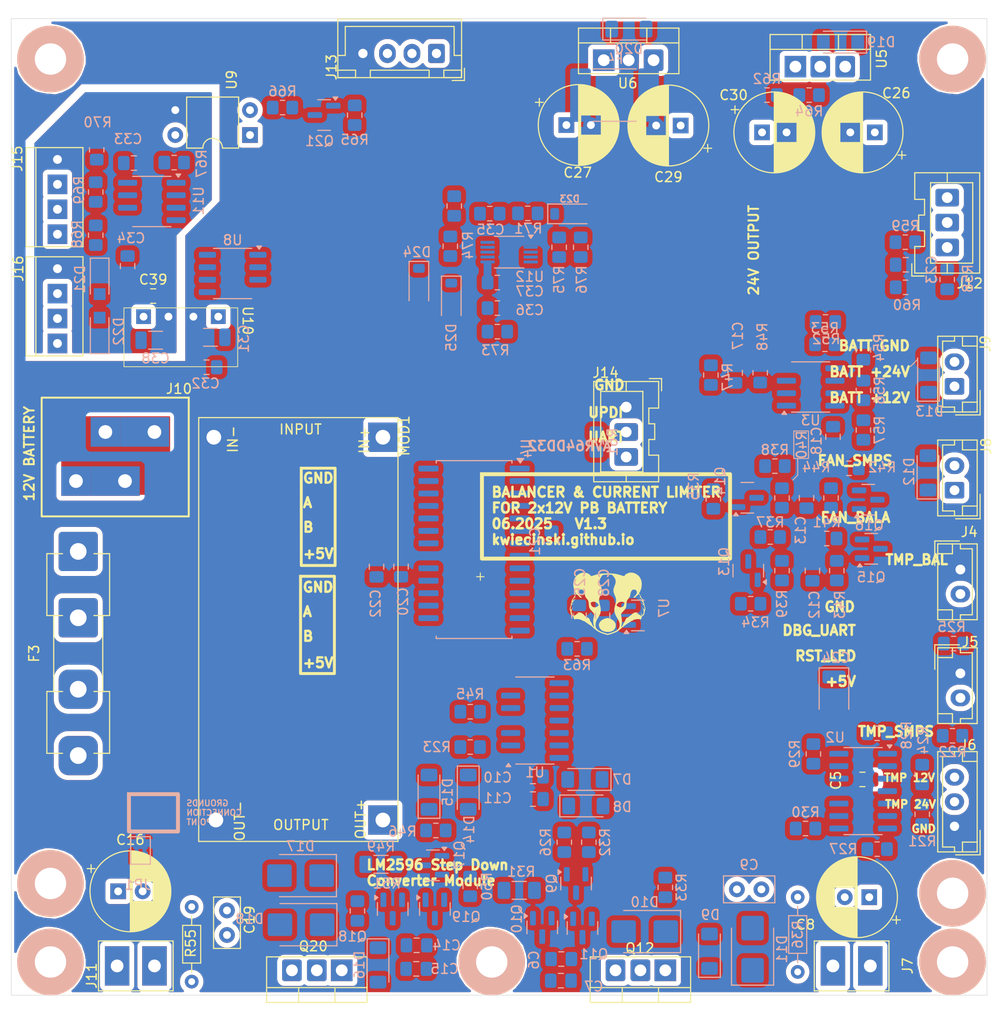
<source format=kicad_pcb>
(kicad_pcb (version 20240108) (generator "pcbnew") (generator_version "8.0")
  (layers (0 "F.Cu" signal) (31 "B.Cu" signal) (34 "B.Paste" user) (35 "F.Paste" user) (36 "B.SilkS" user "B.Silkscreen") (37 "F.SilkS" user "F.Silkscreen") (38 "B.Mask" user) (39 "F.Mask" user) (44 "Edge.Cuts" user))
  (net 0 "")
  (net 1 "GND")
  (net 2 "VOLTAGE_BATT_12V")
  (net 3 "UPDI")
  (net 4 "+5V")
  (net 5 "Net-(Q10-B)")
  (net 6 "+12V_LOCAL")
  (net 7 "ADC_I_FAN2")
  (net 8 "ADC_I_FAN1")
  (net 9 "TEMP_AKU_24V")
  (net 10 "TEMP_AKU_12V")
  (net 11 "BALANCE_ON_24V")
  (net 12 "BALANCE_ON_12V")
  (net 13 "LED1_PF6_RST")
  (net 14 "/BMS_microcontroller/VOLTAGE_BATT_12V_3W")
  (net 15 "+24V_LOCAL")
  (net 16 "/BMS_microcontroller/RS485_A")
  (net 17 "/BMS_microcontroller/RS485_B")
  (net 18 "Net-(Q10-E)")
  (net 19 "Net-(Q17-B)")
  (net 20 "SDA")
  (net 21 "CLOCK")
  (net 22 "RS485_OUTPUT_ENABLE")
  (net 23 "RS232_RX")
  (net 24 "RS232_TX")
  (net 25 "Net-(Q17-C)")
  (net 26 "DBG_UART")
  (net 27 "+BATT_12V")
  (net 28 "GNDA")
  (net 29 "+BATT_24V")
  (net 30 "TEMP_SMPS")
  (net 31 "Net-(J4-Pin_2)")
  (net 32 "PWM_OUT_DISCH")
  (net 33 "PWM_OUT_CHRG")
  (net 34 "R_shunt_L")
  (net 35 "R_shunt_H")
  (net 36 "Net-(MOD1-OUT+)")
  (net 37 "TEMP_BALANCER")
  (net 38 "PWM_FAN_BALANCER")
  (net 39 "PWM_FAN_SMPS")
  (net 40 "VREF")
  (net 41 "Net-(D24-K)")
  (net 42 "Net-(D25-K)")
  (net 43 "VOLTAGE_BATT_24V_3W")
  (net 44 "GND_RS485")
  (net 45 "+5V_RS485")
  (net 46 "Net-(C9-Pad1)")
  (net 47 "Net-(U3A-+)")
  (net 48 "Net-(C19-Pad1)")
  (net 49 "GND_VOLTAGE_DROP_INPUT")
  (net 50 "Net-(D23-K)")
  (net 51 "GND_VOLTAGE_DROP_ADC")
  (net 52 "Net-(D7-A2)")
  (net 53 "Net-(D10-A1)")
  (net 54 "Net-(D11-A1)")
  (net 55 "Net-(D12-A2)")
  (net 56 "Net-(D13-A2)")
  (net 57 "Net-(D14-A2)")
  (net 58 "Net-(D16-K)")
  (net 59 "Net-(D18-A1)")
  (net 60 "Net-(J10-Pin_1)")
  (net 61 "Net-(J5-Pin_2)")
  (net 62 "Net-(J6-Pin_2)")
  (net 63 "Net-(J6-Pin_3)")
  (net 64 "Net-(Q9-B)")
  (net 65 "Net-(Q9-E)")
  (net 66 "Net-(Q13-B)")
  (net 67 "Net-(Q13-C)")
  (net 68 "Net-(Q14-B)")
  (net 69 "Net-(Q14-C)")
  (net 70 "Net-(Q15-G)")
  (net 71 "Net-(Q15-S)")
  (net 72 "Net-(Q16-G)")
  (net 73 "Net-(Q16-S)")
  (net 74 "Net-(Q17-E)")
  (net 75 "Net-(Q18-E)")
  (net 76 "Net-(Q21-C)")
  (net 77 "Net-(Q21-B)")
  (net 78 "Net-(U2B--)")
  (net 79 "Net-(U2A--)")
  (net 80 "Net-(U2D--)")
  (net 81 "Net-(U2C--)")
  (net 82 "Net-(U3B-+)")
  (net 83 "Net-(U3A--)")
  (net 84 "Net-(U3B--)")
  (net 85 "Net-(R56-Pad1)")
  (net 86 "Net-(U5-ADJ)")
  (net 87 "Net-(R66-Pad2)")
  (net 88 "Net-(U11-DE)")
  (net 89 "Net-(U11-DI)")
  (net 90 "Net-(U11-RO)")
  (footprint "My-Footprints-connectors:JST_XA_1x03_P2.54mm_Vertical" (layer "F.Cu") (at 219.71 90.464 -90)
    (property "Reference" "J14")
    (property "Value" "ICP" (hide yes))
  )
  (footprint "Connector_JST:JST_EH_B2B-EH-A_1x02_P2.50mm_Vertical" (layer "F.Cu") (at 253.792 107.0135 -90)
    (property "Reference" "J4")
    (property "Value" "TMP_BALANCER")
  )
  (footprint "Capacitor_THT:CP_Radial_D8.0mm_P2.50mm" (layer "F.Cu") (at 167.9 139.8)
    (property "Reference" "C16")
    (property "Value" "470u/25V")
  )
  (footprint "My-Footprints-connectors:Conn_1x2_wire" (layer "F.Cu") (at 167.795 147.4 90)
    (property "Reference" "J11")
    (property "Value" "LOAD_RESISTOR")
  )
  (footprint "My-Footprints:B0505S" (layer "F.Cu") (at 168.5325 80.35)
    (property "Reference" "U10")
    (property "Value" "B0505S-1W")
  )
  (footprint "Connector_JST:JST_EH_B2B-EH-A_1x02_P2.50mm_Vertical" (layer "F.Cu") (at 253.192 88.352 90)
    (property "Reference" "J9")
    (property "Value" "FAN_SMPS")
  )
  (footprint "My-Footprints:Mount-Hole-3mm" (layer "F.Cu") (at 253 55)
    (property "Reference" "H1" (hide yes))
    (property "Value" "MountingHole")
  )
  (footprint "My-Footprints:TO-220-3_Vertical-little-bigger pads" (layer "F.Cu") (at 236.965 55.774)
    (property "Reference" "U5")
    (property "Value" "LM317_TO-220")
  )
  (footprint "Capacitor_SMD:C_0805_2012Metric_Pad1.18x1.45mm_HandSolder" (layer "F.Cu") (at 171.475 79.15)
    (property "Reference" "C39")
    (property "Value" "100n")
  )
  (footprint "Connector_JST:JST_EH_B3B-EH-A_1x03_P2.50mm_Vertical" (layer "F.Cu") (at 253.192 133.175 90)
    (property "Reference" "J6")
    (property "Value" "THERMISTOR_BATT")
  )
  (footprint "My-Footprints:Mount-Hole-3mm" (layer "F.Cu") (at 253 140)
    (property "Reference" "H4" (hide yes))
    (property "Value" "MountingHole")
  )
  (footprint "My-Footprints:Mount-Hole-3mm" (layer "F.Cu") (at 161 55)
    (property "Reference" "H5" (hide yes))
    (property "Value" "MountingHole")
  )
  (footprint "graphic:honeybadger2" (layer "F.Cu") (at 217.8 110.5)
    (property "Reference" "G***" (hide yes))
    (property "Value" "LOGO" (hide yes))
  )
  (footprint "My-Footprints:Mount-Hole-3mm" (layer "F.Cu") (at 253 147)
    (property "Reference" "H7" (hide yes))
    (property "Value" "MountingHole")
  )
  (footprint "Resistor_THT:R_Axial_DIN0204_L3.6mm_D1.6mm_P7.62mm_Horizontal" (layer "F.Cu") (at 175.4 149 90)
    (property "Reference" "R55")
    (property "Value" "10R")
  )
  (footprint "Connector_JST:JST_XH_B4B-XH-A_1x04_P2.50mm_Vertical" (layer "F.Cu") (at 200.363 54.433 180)
    (property "Reference" "J13")
    (property "Value" "LED")
  )
  (footprint "My-Footprints:TO-220-3_Vertical-little-bigger pads" (layer "F.Cu") (at 190.7 147.85 180)
    (property "Reference" "Q20")
    (property "Value" "IRF540N")
  )
  (footprint "My-Footprints:Mount-Hole-3mm" (layer "F.Cu") (at 206 147)
    (property "Reference" "H10" (hide yes))
    (property "Value" "MountingHole")
  )
  (footprint "My-Footprints-connectors:Conn-01x04-N25-W4P" (layer "F.Cu") (at 158.5125 85.35 90)
    (property "Reference" "J16")
    (property "Value" "RS485")
  )
  (footprint "My-Footprints-connectors:Flat-6,3mm-connector-2P" (layer "F.Cu") (at 175.1 89.5 -90)
    (property "Reference" "J10")
    (property "Value" "BATT_12V")
  )
  (footprint "Connector_JST:JST_EH_B2B-EH-A_1x02_P2.50mm_Vertical" (layer "F.Cu") (at 253.792 117.59425 -90)
    (property "Reference" "J5")
    (property "Value" "TMP_SMPS")
  )
  (footprint "My-Footprints-connectors:Conn_1x2_wire" (layer "F.Cu") (at 244.605 147.4 -90)
    (property "Reference" "J7")
    (property "Value" "LOAD_RESISTOR")
  )
  (footprint "Capacitor_THT:CP_Radial_D8.0mm_P2.50mm" (layer "F.Cu") (at 245.065 62.474 180)
    (property "Reference" "C26")
    (property "Value" "220u/35V")
  )
  (footprint "Capacitor_SMD:C_0805_2012Metric_Pad1.18x1.45mm_HandSolder" (layer "F.Cu") (at 243.8 128.4 180)
    (property "Reference" "C5")
    (property "Value" "100n")
  )
  (footprint "My-Footprints-connectors:JST_XA_1x03_P2.54mm_Vertical" (layer "F.Cu") (at 252.449 74.2 90)
    (property "Reference" "J12")
    (property "Value" "V_MEAS" (hide yes))
  )
  (footprint "My-Footprints:Fuseholder_Clip-5x20mm_Eaton_1A5601-01_Inline_P20.80x6.76mm_D1.70mm_Horizontal" (layer "F.Cu") (at 163.83 125.97 90)
    (property "Reference" "F3")
    (property "Value" "6,3A")
  )
  (footprint "Package_DIP:DIP-4_W7.62mm" (layer "F.Cu") (at 181.346 62.743 180)
    (property "Reference" "U9")
    (property "Value" "PC817")
  )
  (footprint "My-Footprints:Mount-Hole-3mm" (layer "F.Cu") (at 161 147)
    (property "Reference" "H9" (hide yes))
    (property "Value" "MountingHole")
  )
  (footprint "Capacitor_THT:CP_Radial_D8.0mm_P2.50mm" (layer "F.Cu") (at 225.264 61.773 180)
    (property "Reference" "C29")
    (property "Value" "220u/6,3V")
  )
  (footprint "My-Footprints-converters-modules:LM2596-Step-Down-Conv" (layer "F.Cu") (at 176.117 91.535)
    (property "Reference" "MOD1")
    (property "Value" "LM2596-Step-Down")
  )
  (footprint "My-Footprints-connectors:Conn-01x04-N25-W4P" (layer "F.Cu") (at 158.5125 74.22 90)
    (property "Reference" "J15")
    (property "Value" "RS485")
  )
  (footprint "My-Footprints:TO-220-3_Vertical-little-bigger pads" (layer "F.Cu") (at 217.424 55.118)
    (property "Reference" "U6")
    (property "Value" "LM7805_TO220")
  )
  (footprint "My-Footprints:TO-220-3_Vertical-little-bigger pads" (layer "F.Cu") (at 223.7 147.85 180)
    (property "Reference" "Q12")
    (property "Value" "IRF540N")
  )
  (footprint "Capacitor_THT:C_Disc_D5.0mm_W2.5mm_P2.50mm" (layer "F.Cu") (at 179 141.75 -90)
    (property "Reference" "C19")
    (property "Value" "1u")
  )
  (footprint "Capacitor_THT:CP_Radial_D8.0mm_P2.50mm" (layer "F.Cu") (at 244.5 140.4 180)
    (property "Reference" "C8")
    (property "Value" "470u/25V")
  )
  (footprint "Connector_JST:JST_EH_B2B-EH-A_1x02_P2.50mm_Vertical" (layer "F.Cu") (at 253.192 98.93275 90)
    (property "Reference" "J8")
    (property "Value" "FAN_BALANCER")
  )
  (footprint "Capacitor_THT:CP_Radial_D8.0mm_P2.50mm" (layer "F.Cu") (at 233.565 62.474)
    (property "Reference" "C30")
    (property "Value" "100u/25V")
  )
  (footprint "Capacitor_THT:CP_Radial_D8.0mm_P2.50mm" (layer "F.Cu") (at 213.611349 61.725651)
    (property "Reference" "C27")
    (property "Value" "470u/16V")
  )
  (footprint "My-Footprints:Mount-Hole-3mm" (layer "F.Cu") (at 161 139)
    (property "Reference" "H3" (hide yes))
    (property "Value" "MountingHole")
  )
  (footprint "Diode_SMD:D_MiniMELF" (layer "B.Cu") (at 228.2 145.9 90)
    (property "Reference" "D9")
    (property "Value" "BAT86")
  )
  (footprint "Resistor_SMD:R_0805_2012Metric_Pad1.20x1.40mm_HandSolder" (layer "B.Cu") (at 234.4 103.7 180)
    (property "Reference" "R37")
    (property "Value" "10k")
  )
  (footprint "Capacitor_SMD:C_0805_2012Metric_Pad1.18x1.45mm_HandSolder" (layer "B.Cu") (at 196.75 106.7175 90)
    (property "Reference" "C20")
    (property "Value" "100n")
  )
  (footprint "Resistor_SMD:R_0805_2012Metric_Pad1.20x1.40mm_HandSolder" (layer "B.Cu") (at 235.6 107.125 -90)
    (property "Reference" "R39")
    (property "Value" "100R")
  )
  (footprint "Capacitor_SMD:C_0805_2012Metric_Pad1.18x1.45mm_HandSolder" (layer "B.Cu") (at 230.825 86.9625 90)
    (property "Reference" "C17")
    (property "Value" "100n")
  )
  (footprint "Resistor_SMD:R_0805_2012Metric_Pad1.20x1.40mm_HandSolder" (layer "B.Cu") (at 223.7 139.4 90)
    (property "Reference" "R33")
    (property "Value" "10R")
  )
  (footprint "Resistor_SMD:R_0805_2012Metric_Pad1.20x1.40mm_HandSolder" (layer "B.Cu") (at 238 133.4 180)
    (property "Reference" "R30")
    (property "Value" "1k")
  )
  (footprint "Package_TO_SOT_SMD:SOT-23" (layer "B.Cu") (at 214.6 139 -90)
    (property "Reference" "Q9")
    (property "Value" "BC817")
  )
  (footprint "Diode_SMD:D_SOD-123" (layer "B.Cu") (at 201.872 79.476 -90)
    (property "Reference" "D25")
    (property "Value" "PTVS5V0Z1USK")
  )
  (footprint "Resistor_SMD:R_0805_2012Metric_Pad1.20x1.40mm_HandSolder" (layer "B.Cu") (at 232.4 110.5)
    (property "Reference" "R34")
    (property "Value" "10k")
  )
  (footprint "Resistor_SMD:R_0805_2012Metric_Pad1.20x1.40mm_HandSolder" (layer "B.Cu") (at 233.375 86.9625 90)
    (property "Reference" "R48")
    (property "Value" "10k/1%")
  )
  (footprint "Capacitor_SMD:C_0805_2012Metric_Pad1.18x1.45mm_HandSolder" (layer "B.Cu") (at 217.3015 111.714 -90)
    (property "Reference" "C28")
    (property "Value" "100n")
  )
  (footprint "Diode_SMD:D_MiniMELF" (layer "B.Cu") (at 219.9865 51.9505)
    (property "Reference" "D20")
    (property "Value" "1N4148")
  )
  (footprint "Resistor_SMD:R_0805_2012Metric_Pad1.20x1.40mm_HandSolder" (layer "B.Cu") (at 243.9 88.7625 90)
    (property "Reference" "R56")
    (property "Value" "10k/1%")
  )
  (footprint "Resistor_SMD:R_0805_2012Metric_Pad1.20x1.40mm_HandSolder" (layer "B.Cu") (at 165.6125 72.95 90)
    (property "Reference" "R68")
    (property "Value" "510R")
  )
  (footprint "Resistor_SMD:R_0805_2012Metric_Pad1.20x1.40mm_HandSolder" (layer "B.Cu") (at 234.875 96.475 180)
    (property "Reference" "R38")
    (property "Value" "10k")
  )
  (footprint "Resistor_SMD:R_0805_2012Metric_Pad1.20x1.40mm_HandSolder" (layer "B.Cu") (at 242.425 96.7 180)
    (property "Reference" "R42")
    (property "Value" "210mR")
  )
  (footprint "Package_SO:VSSOP-10_3x3mm_P0.5mm" (layer "B.Cu") (at 207.772 74.676 180)
    (property "Reference" "U12")
    (property "Value" "INA226")
  )
  (footprint "Resistor_SMD:R_0805_2012Metric_Pad1.20x1.40mm_HandSolder" (layer "B.Cu") (at 203.8 121.5)
    (property "Reference" "R45")
    (property "Value" "10k")
  )
  (footprint "Capacitor_SMD:C_0805_2012Metric_Pad1.18x1.45mm_HandSolder" (layer "B.Cu") (at 214.9015 111.704 -90)
    (property "Reference" "C25")
    (property "Value" "10u")
  )
  (footprint "Resistor_SMD:R_0805_2012Metric_Pad1.20x1.40mm_HandSolder" (layer "B.Cu") (at 245.3 123.7 180)
    (property "Reference" "R28")
    (property "Value" "1k")
  )
  (footprint "Package_SO:SO-8_3.9x4.9mm_P1.27mm" (layer "B.Cu") (at 179.578 76.85 180)
    (property "Reference" "U8")
    (property "Value" "ADUM3211ARZ")
  )
  (footprint "Resistor_SMD:R_0805_2012Metric_Pad1.20x1.40mm_HandSolder" (layer "B.Cu") (at 252.449 77.46 90)
    (property "Reference" "R58")
    (property "Value" "0R")
  )
  (footprint "Capacitor_SMD:C_0805_2012Metric_Pad1.18x1.45mm_HandSolder" (layer "B.Cu") (at 238.7 107.125 -90)
    (property "Reference" "C12")
    (property "Value" "47n")
  )
  (footprint "Package_TO_SOT_SMD:SOT-23" (layer "B.Cu") (at 244.7 104.9)
    (property "Reference" "Q15")
    (property "Value" "AO3400A")
  )
  (footprint "Diode_SMD:D_MiniMELF" (layer "B.Cu") (at 215.5 128.4 180)
    (property "Reference" "D7")
    (property "Value" "BAT86")
  )
  (footprint "Resistor_SMD:R_0805_2012Metric_Pad1.20x1.40mm_HandSolder" (layer "B.Cu") (at 192.3 141.8 90)
    (property "Reference" "R51")
    (property "Value" "10R")
  )
  (footprint "Package_SO:SOIC-14_3.9x8.7mm_P1.27mm" (layer "B.Cu") (at 243.875 129.59 180)
    (property "Reference" "U2")
    (property "Value" "LM324")
  )
  (footprint "Resistor_SMD:R_0805_2012Metric_Pad1.20x1.40mm_HandSolder" (layer "B.Cu") (at 206.572 80.376)
    (property "Reference" "C36")
    (property "Value" "100n")
  )
  (footprint "Capacitor_SMD:C_0805_2012Metric_Pad1.18x1.45mm_HandSolder" (layer "B.Cu") (at 168.8625 76.1 -90)
    (property "Reference" "C34")
    (property "Value" "100n")
  )
  (footprint "Resistor_SMD:R_0805_2012Metric_Pad1.20x1.40mm_HandSolder" (layer "B.Cu") (at 213.4 134.8 90)
    (property "Reference" "R26")
    (property "Value" "1k")
  )
  (footprint "Resistor_SMD:R_0805_2012Metric_Pad1.20x1.40mm_HandSolder" (layer "B.Cu") (at 209.672 70.726 180)
    (property "Reference" "R71")
    (property "Value" "10R")
  )
  (footprint "Resistor_SMD:R_0805_2012Metric_Pad1.20x1.40mm_HandSolder" (layer "B.Cu") (at 202.172 69.976 -90)
    (property "Reference" "R72" (hide yes))
    (property "Value" "10R")
  )
  (footprint "Diode_SMD:D_SMB" (layer "B.Cu") (at 186.5 138.2 180)
    (property "Reference" "D17")
    (property "Value" "SM6T15A")
  )
  (footprint "Package_TO_SOT_SMD:SOT-23" (layer "B.Cu") (at 220.9015 111.694)
    (property "Reference" "U7")
    (property "Value" "TL432DBZ")
  )
  (footprint "Resistor_SMD:R_0805_2012Metric_Pad1.20x1.40mm_HandSolder" (layer "B.Cu") (at 240.6 99.725 -90)
    (property "Reference" "R44")
    (property "Value" "1k")
  )
  (footprint "Resistor_SMD:R_0805_2012Metric_Pad1.20x1.40mm_HandSolder" (layer "B.Cu") (at 253.1 114.554)
    (property "Reference" "R25")
    (property "Value" "150k")
  )
  (footprint "Jumper:SolderJumper-2_P1.3mm_Bridged2Bar_Pad1.0x1.5mm" (layer "B.Cu") (at 170.18 135.636 -90)
    (property "Reference" "JP1")
    (property "Value" "GND_Bridged")
  )
  (footprint "Resistor_SMD:R_0805_2012Metric_Pad1.20x1.40mm_HandSolder" (layer "B.Cu") (at 201.772 74.076 -90)
    (property "Reference" "R74")
    (property "Value" "0R")
  )
  (footprint "Diode_SMD:D_MiniMELF" (layer "B.Cu") (at 199.6 129.7 90)
    (property "Reference" "D15")
    (property "Value" "BAT86")
  )
  (footprint "Resistor_SMD:R_0805_2012Metric_Pad1.20x1.40mm_HandSolder" (layer "B.Cu") (at 235.6 99.725 -90)
    (property "Reference" "R40")
    (property "Value" "100R")
  )
  (footprint "Resistor_SMD:R_0805_2012Metric_Pad1.20x1.40mm_HandSolder" (layer "B.Cu") (at 184.658 59.944 180)
    (property "Reference" "R66")
    (property "Value" "1k")
  )
  (footprint "Package_TO_SOT_SMD:SOT-23" (layer "B.Cu") (at 232.1625 107.125 90)
    (property "Reference" "Q13")
    (property "Value" "BC817")
  )
  (footprint "Resistor_SMD:R_0805_2012Metric_Pad1.20x1.40mm_HandSolder" (layer "B.Cu") (at 238.365 58.674)
    (property "Reference" "R64")
    (property "Value" "1k")
  )
  (footprint "Resistor_SMD:R_0805_2012Metric_Pad1.20x1.40mm_HandSolder" (layer "B.Cu") (at 165.7125 64.25 90)
    (property "Reference" "R70")
    (property "Value" "510R")
  )
  (footprint "Package_SO:SOIC-14_3.9x8.7mm_P1.27mm" (layer "B.Cu") (at 210.4 122.4)
    (property "Reference" "U1")
    (property "Value" "74AHCT125")
  )
  (footprint "Package_TO_SOT_SMD:SOT-23" (layer "B.Cu") (at 244.3875 99.9)
    (property "Reference" "Q16")
    (property "Value" "AO3400A")
  )
  (footprint "Capacitor_SMD:C_1206_3216Metric" (layer "B.Cu") (at 171.7125 83.65)
    (property "Reference" "C38")
    (property "Value" "10u")
  )
  (footprint "Resistor_SMD:R_0805_2012Metric_Pad1.20x1.40mm_HandSolder" (layer "B.Cu") (at 206.572 82.776 180)
    (property "Reference" "R73")
    (property "Value" "10R")
  )
  (footprint "Resistor_THT:R_Axial_DIN0204_L3.6mm_D1.6mm_P7.62mm_Horizontal" (layer "B.Cu") (at 237.2 148.01 90)
    (property "Reference" "R36")
    (property "Value" "10R")
  )
  (footprint "Diode_SMD:Nexperia_CFP3_SOD-123W" (layer "B.Cu") (at 166.0125 77.55 -90)
    (property "Reference" "D21")
    (property "Value" "D_TVS")
  )
  (footprint "Capacitor_SMD:C_0805_2012Metric_Pad1.18x1.45mm_HandSolder" (layer "B.Cu") (at 238.1 99.725 -90)
    (property "Reference" "C13")
    (property "Value" "47n")
  )
  (footprint "Resistor_SMD:R_0805_2012Metric_Pad1.20x1.40mm_HandSolder" (layer "B.Cu") (at 173.6125 65.55)
    (property "Reference" "R67")
    (property "Value" "4k7")
  )
  (footprint "Resistor_SMD:R_0805_2012Metric_Pad1.20x1.40mm_HandSolder" (layer "B.Cu") (at 243.9 92.8 90)
    (property "Reference" "R57")
    (property "Value" "100R")
  )
  (footprint "Diode_SMD:D_SMB" (layer "B.Cu") (at 186.55 143.2 180)
    (property "Reference" "D18")
    (property "Value" "SM6T15A")
  )
  (footprint "Capacitor_SMD:C_0805_2012Metric_Pad1.18x1.45mm_HandSolder" (layer "B.Cu") (at 213.0875 146.7)
    (property "Reference" "C6")
    (property "Value" "100n")
  )
  (footprint "Resistor_SMD:R_0805_2012Metric_Pad1.20x1.40mm_HandSolder" (layer "B.Cu") (at 203.8 125.1)
    (property "Reference" "R23")
    (property "Value" "10k")
  )
  (footprint "Resistor_SMD:R_0805_2012Metric_Pad1.20x1.40mm_HandSolder" (layer "B.Cu") (at 205.797 70.751 180)
    (property "Reference" "C35")
    (property "Value" "100n")
  )
  (footprint "Diode_SMD:D_SOD-123" (layer "B.Cu") (at 214.072 70.776)
    (property "Reference" "D23")
    (property "Value" "PTVS5V0Z1USK")
  )
  (footprint "Resistor_SMD:R_0805_2012Metric_Pad1.20x1.40mm_HandSolder" (layer "B.Cu") (at 216.662 94.02 90)
    (property "Reference" "R61")
    (property "Value" "10k")
  )
  (footprint "Package_SO:SOIC-8_3.9x4.9mm_P1.27mm" (layer "B.Cu") (at 238.525 88.4125)
    (property "Reference" "U3")
    (property "Value" "LMV358")
  )
  (footprint "Resistor_SMD:R_0805_2012Metric_Pad1.20x1.40mm_HandSolder" (layer "B.Cu") (at 228.346 87.2 -90)
    (property "Reference" "R47")
    (property "Value" "10k/1%")
  )
  (footprint "Resistor_SMD:R_0805_2012Metric_Pad1.20x1.40mm_HandSolder" (layer "B.Cu") (at 239.975 84.0625 180)
    (property "Reference" "R53")
    (property "Value" "10k/1%")
  )
  (footprint "Capacitor_THT:C_Disc_D5.0mm_W2.5mm_P2.50mm" (layer "B.Cu") (at 233.5 139.6 180)
    (property "Reference" "C9")
    (property "Value" "1u")
  )
  (footprint "Diode_SMD:D_MiniMELF" (layer "B.Cu") (at 241.565 53.274 180)
    (property "Reference" "D19")
    (property "Value" "1N4148")
  )
  (footprint "Diode_SMD:D_SMB" (layer "B.Cu") (at 232.6 145.7 90)
    (property "Reference" "D11")
    (property "Value" "SM6T15A")
  )
  (footprint "Diode_SMD:Nexperia_CFP3_SOD-123W" (layer "B.Cu") (at 166.0125 82.75 90)
    (property "Reference" "D22")
    (property "Value" "D_TVS")
  )
  (footprint "Capacitor_SMD:C_0805_2012Metric_Pad1.18x1.45mm_HandSolder" (layer "B.Cu") (at 198.3 147.7)
    (property "Reference" "C15")
    (property "Value" "10u")
  )
  (footprint "Capacitor_SMD:C_0805_2012Metric_Pad1.18x1.45mm_HandSolder" (layer "B.Cu") (at 213.05 148.9)
    (property "Reference" "C7")
    (property "Value" "10u")
  )
  (footprint "Capacitor_SMD:C_0805_2012Metric_Pad1.18x1.45mm_HandSolder" (layer "B.Cu") (at 248.224 75.96)
    (property "Reference" "C23")
    (property "Value" "470n")
  )
  (footprint "Capacitor_SMD:C_0805_2012Metric_Pad1.18x1.45mm_HandSolder" (layer "B.Cu") (at 176.9125 86.4 180)
    (property "Reference" "C32")
    (property "Value" "100n")
  )
  (footprint "Package_SO:SOIC-28W_7.5x17.9mm_P1.27mm" (layer "B.Cu") (at 204.2 104.98 180)
    (property "Reference" "U4")
    (property "Value" "AVR64DD28")
  )
  (footprint "Fuse:Fuse_2920_7451Metric_Pad2.10x5.45mm_HandSolder" (layer "B.Cu") (at 218.521 58.674 180)
    (property "Reference" "F4")
    (property "Value" "2A")
  )
  (footprint "Resistor_SMD:R_0805_2012Metric_Pad1.20x1.40mm_HandSolder" (layer "B.Cu") (at 238.8 125.8 90)
    (property "Reference" "R29")
    (property "Value" "1k")
  )
  (footprint "Capacitor_SMD:C_0805_2012Metric_Pad1.18x1.45mm_HandSolder" (layer "B.Cu") (at 210.2 130.4 180)
    (property "Reference" "C11")
    (property "Value" "1u")
  )
  (footprint "Capacitor_SMD:C_0805_2012Metric_Pad1.18x1.45mm_HandSolder" (layer "B.Cu") (at 169.5125 65.6)
    (property "Reference" "C33")
    (property "Value" "100n")
  )
  (footprint "Resistor_SMD:R_0805_2012Metric_Pad1.20x1.40mm_HandSolder" (layer "B.Cu") (at 243.9 84.6375 90)
    (property "Reference" "R54")
    (property "Value" "10k/1%")
  )
  (footprint "Package_TO_SOT_SMD:SOT-23" (layer "B.Cu") (at 200 137.15 180)
    (property "Reference" "Q17")
    (property "Value" "BC817")
  )
  (footprint "Capacitor_SMD:C_0805_2012Metric_Pad1.18x1.45mm_HandSolder" (layer "B.Cu") (at 212.09 104.14 -90)
    (property "Reference" "C21")
    (property "Value" "100n")
  )
  (footprint "Capacitor_SMD:C_0805_2012Metric_Pad1.18x1.45mm_HandSolder" (layer "B.Cu") (at 210.2 128.1 180)
    (property "Reference" "C10")
    (property "Value" "100n")
  )
  (footprint "Resistor_SMD:R_0805_2012Metric_Pad1.20x1.40mm_HandSolder" (layer "B.Cu") (at 212.872 74.176 -90)
    (property "Reference" "R75")
    (property "Value" "10k")
  )
  (footprint "Package_TO_SOT_SMD:SOT-23" (layer "B.Cu") (at 211.15 143.475 -90)
    (property "Reference" "Q10")
    (property "Value" "BC817")
  )
  (footprint "Resistor_SMD:R_0805_2012Metric_Pad1.20x1.40mm_HandSolder" (layer "B.Cu") (at 249.9 127.9 90)
    (property "Reference" "R24")
    (property "Value" "150k")
  )
  (footprint "Diode_SMD:D_MiniMELF" (layer "B.Cu") (at 250.488 97.162 90)
    (property "Reference" "D12")
    (property "Value" "BAT86")
  )
  (footprint "Package_TO_SOT_SMD:SOT-23" (layer "B.Cu") (at 195.9 141.6 -90)
    (property "Reference" "Q18")
    (property "Value" "BC817")
  )
  (footprint "Resistor_SMD:R_0805_2012Metric_Pad1.20x1.40mm_HandSolder" (layer "B.Cu") (at 248.199 78.26)
    (property "Reference" "R60")
    (property "Value" "1k")
  )
  (footprint "Package_SO:SOIC-8_3.9x4.9mm_P1.27mm" (layer "B.Cu") (at 171.3375 69.515 180)
    (property "Reference" "U11")
    (property "Value" "ST485")
  )
  (footprint "Resistor_SMD:R_0805_2012Metric_Pad1.20x1.40mm_HandSolder" (layer "B.Cu") (at 248.174 73.66 180)
    (property "Reference" "R59")
    (property "Value" "6k8")
  )
  (footprint "Capacitor_Tantalum_SMD:CP_EIA-3528-21_Kemet-B" (layer "B.Cu") (at 240.9 119.5 -90)
    (property "Reference" "C24")
    (property "Value" "100u/6,3V (JA8)")
  )
  (footprint "Package_TO_SOT_SMD:SOT-23" (layer "B.Cu") (at 232.0625 99.7)
    (property "Reference" "Q14")
    (property "Value" "BC817")
  )
  (footprint "Diode_SMD:D_MiniMELF" (layer "B.Cu") (at 194.4 147.3 -90)
    (property "Reference" "D16")
    (property "Value" "BAT86")
  )
  (footprint "Resistor_SMD:R_0805_2012Metric_Pad1.20x1.40mm_HandSolder" (layer "B.Cu") (at 252.984 123.952)
    (property "Reference" "R22")
    (property "Value" "150k")
  )
  (footprint "Resistor_SMD:R_0805_2012Metric_Pad1.20x1.40mm_HandSolder" (layer "B.Cu") (at 214.7015 115.094)
    (property "Reference" "R63")
    (property "Value" "510R")
  )
  (footprint "Resistor_SMD:R_0805_2012Metric_Pad1.20x1.40mm_HandSolder" (layer "B.Cu") (at 228.6 99.822 -90)
    (property "Reference" "R35")
    (property "Value" "10k")
  )
  (footprint "Resistor_SMD:R_0805_2012Metric_Pad1.20x1.40mm_HandSolder" (layer "B.Cu") (at 192.024 60.722 90)
    (property "Reference" "R65")
    (property "Value" "1k")
  )
  (footprint "Package_TO_SOT_SMD:SOT-23" (layer "B.Cu") (at 215.25 143.5375 -90)
    (property "Reference" "Q11")
    (property "Value" "BC807")
  )
  (footprint "Capacitor_SMD:C_0805_2012Metric_Pad1.18x1.45mm_HandSolder" (layer "B.Cu") (at 240.8 93.5 -90)
    (property "Reference" "C18")
    (property "Value" "100n")
  )
  (footprint "Resistor_SMD:R_0805_2012Metric_Pad1.20x1.40mm_HandSolder" (layer "B.Cu") (at 240.03 81.788 180)
    (property "Reference" "R52")
    (property "Value" "10k/1%")
  )
  (footprint "Diode_SMD:D_MiniMELF" (layer "B.Cu") (at 215.6 131.1)
    (property "Reference" "D8")
    (property "Value" "BAT86")
  )
  (footprint "Resistor_SMD:R_0805_2012Metric_Pad1.20x1.40mm_HandSolder" (layer "B.Cu") (at 165.6125 68.55 90)
    (property "Reference" "R69")
    (property "Value" "120R")
  )
  (footprint "Resistor_SMD:R_0805_2012Metric_Pad1.20x1.40mm_HandSolder" (layer "B.Cu") (at 200.3 133.6 180)
    (property "Reference" "R46")
    (property "Value" "1k")
  )
  (footprint "Resistor_SMD:R_0805_2012Metric_Pad1.20x1.40mm_HandSolder" (layer "B.Cu") (at 206.572 77.776)
    (property "Reference" "C37")
    (property "Value" "100n")
  )
  (footprint "Package_TO_SOT_SMD:SOT-23" (layer "B.Cu") (at 200.2 141.6 -90)
    (property "Reference" "Q19")
    (property "Value" "BC807")
  )
  (footprint "Resistor_SMD:R_0805_2012Metric_Pad1.20x1.40mm_HandSolder" (layer "B.Cu") (at 241.1875 107.125 -90)
    (property "Reference" "R43")
    (property "Value" "1k")
  )
  (footprint "Resistor_SMD:R_1206_3216Metric_Pad1.30x1.75mm_HandSolder" (layer "B.Cu") (at 194.7 137.05 180)
    (property "Reference" "R49")
    (property "Value" "2k2")
  )
  (footprint "Diode_SMD:D_SOD-123" (layer "B.Cu") (at 198.572 77.976 -90)
    (property "Reference" "D24")
    (property "Value" "PTVS5V0Z1USK")
  )
  (footprint "Capacitor_SMD:C_1206_3216Metric" (layer "B.Cu") (at 177.3125 83.35 180)
    (property "Reference" "C31")
    (property "Value" "10u")
  )
  (footprint "Resistor_SMD:R_1206_3216Metric_Pad1.30x1.75mm_HandSolder" (layer "B.Cu") (at 208.8 139.7)
    (property "Reference" "R31")
    (property "Value" "2k2")
  )
  (footprint "Resistor_SMD:R_0805_2012Metric_Pad1.20x1.40mm_HandSolder" (layer "B.Cu") (at 249.9 131.95 -90)
    (property "Reference" "R21")
    (property "Value" "150k")
  )
  (footprint "Capacitor_SMD:C_0805_2012Metric_Pad1.18x1.45mm_HandSolder" (layer "B.Cu") (at 198.3375 145.3)
    (property "Reference" "C14")
    (property "Value" "100n")
  )
  (footprint "Package_TO_SOT_SMD:SOT-23" (layer "B.Cu") (at 188.8975 60.706 180)
    (property "Reference" "Q21")
    (property "Value" "BC817")
  )
  (footprint "Diode_SMD:D_MiniMELF" (layer "B.Cu") (at 250.542 87.202 90)
    (property "Reference" "D13")
    (property "Value" "BAT86")
  )
  (footprint "Resistor_SMD:R_0805_2012Metric_Pad1.20x1.40mm_HandSolder" (layer "B.Cu") (at 234.065 58.674 180)
    (property "Reference" "R62")
    (property "Value" "1k")
  )
  (footprint "Diode_SMD:D_MiniMELF" (layer "B.Cu") (at 203.6 129.7 -90)
    (property "Reference" "D14")
    (property "Value" "BAT86")
  )
  (footprint "Capacitor_SMD:C_0805_2012Metric_Pad1.18x1.45mm_HandSolder" (layer "B.Cu") (at 194.25 106.73 90)
    (property "Reference" "C22")
    (property "Value" "10u")
  )
  (footprint "Diode_SMD:D_SMB" (layer "B.Cu") (at 221.6 143.9 180)
    (property "Reference" "D10")
    (property "Value" "SM6T15A")
  )
  (footprint "Resistor_SMD:R_0805_2012Metric_Pad1.20x1.40mm_HandSolder" (layer "B.Cu") (at 240.1625 103.85 180)
    (property "Reference" "R41")
    (property "Value" "210mR")
  )
  (footprint "Resistor_SMD:R_0805_2012Metric_Pad1.20x1.40mm_HandSolder" (layer "B.Cu") (at 215.072 74.176 -90)
    (property "Reference" "R76")
    (property "Value" "10k")
  )
  (footprint "Resistor_SMD:R_0805_2012Metric_Pad1.20x1.40mm_HandSolder" (layer "B.Cu") (at 215.9 134.8 90)
    (property "Reference" "R32")
    (property "Value" "470R")
  )
  (footprint "Resistor_SMD:R_0805_2012Metric_Pad1.20x1.40mm_HandSolder" (layer "B.Cu") (at 245.3 135.5 180)
    (property "Reference" "R27")
    (property "Value" "1k")
  )
  (footprint "Resistor_SMD:R_0805_2012Metric_Pad1.20x1.40mm_HandSolder" (layer "B.Cu") (at 203.8 139.3 -90)
    (property "Reference" "R50")
    (property "Value" "220R")
  )
  (gr_rect (start 162.2 91.5) (end 173.1 99.3) (stroke (width 0.2)) (fill solid) (layer "F.Cu") (net 60))
  (gr_rect (start 205.272 75.776) (end 205.872 77.176) (stroke (width 0.2)) (fill solid) (layer "B.Cu") (net 4))
  (gr_rect (start 197.25 113.18) (end 200.45 113.68) (stroke (width 0.2)) (fill solid) (layer "B.Cu") (net 1))
  (gr_line (start 236.7 97.9) (end 237.2 97.4) (stroke (width 0.1)) (layer "B.SilkS"))
  (gr_line (start 249.375 85.65) (end 248.7 86.325) (stroke (width 0.1)) (layer "B.SilkS"))
  (gr_rect (start 236.8 92.9) (end 238.3 95.7) (stroke (width 0.1)) (fill none) (layer "B.SilkS"))
  (gr_rect (start 169 129.9) (end 174 133.7) (stroke (width 0.4)) (fill none) (layer "B.SilkS"))
  (gr_line (start 237.2 97.4) (end 237.2 95.7) (stroke (width 0.1)) (layer "B.SilkS"))
  (gr_rect (start 205 97.3) (end 230.3 105.9) (stroke (width 0.4)) (fill none) (layer "F.SilkS"))
  (gr_rect (start 186.57375 96.6875) (end 190.02625 106.6) (stroke (width 0.3)) (fill none) (layer "F.SilkS"))
  (gr_rect (start 186.5 107.7) (end 189.9525 117.6125) (stroke (width 0.3)) (fill none) (layer "F.SilkS"))
  (gr_rect (start 157 50.88) (end 256.5 150.38) (stroke (width 0.05)) (fill none) (layer "Edge.Cuts"))
  (gr_text "AVR64DD32" (at 218.3225 95.015 0) (layer "B.SilkS") (effects (font (size 1 1) (thickness 0.2) (bold yes)) (justify left bottom mirror)))
  (gr_text "GROUNDS\nCONNECTION\nPOINT" (at 174.8 133.1 0) (layer "B.SilkS") (effects (font (size 0.6 0.6) (thickness 0.12) (bold yes)) (justify right bottom mirror)))
  (gr_text "BATT +24V" (at 240.3 87.45 0) (layer "F.SilkS") (effects (font (size 1 1) (thickness 0.25) (bold yes)) (justify left bottom)))
  (gr_text "24V OUTPUT" (at 233.3 79.2 90) (layer "F.SilkS") (effects (font (size 1 1) (thickness 0.2) (bold yes)) (justify left bottom)))
  (gr_text "+5V" (at 239.9 119 0) (layer "F.SilkS") (effects (font (size 1 1) (thickness 0.25) (bold yes)) (justify left bottom)))
  (gr_text "TMP 12V" (at 245.9 128.7 0) (layer "F.SilkS") (effects (font (size 0.8 0.8) (thickness 0.2) (bold yes)) (justify left bottom)))
  (gr_text "TMP_SMPS" (at 243.2 124.1 0) (layer "F.SilkS") (effects (font (size 1 1) (thickness 0.25) (bold yes)) (justify left bottom)))
  (gr_text "B" (at 186.6 114.4 0) (layer "F.SilkS") (effects (font (size 1 1) (thickness 0.25) (bold yes)) (justify left bottom)))
  (gr_text "+5V" (at 186.6 117.1 0) (layer "F.SilkS") (effects (font (size 1 1) (thickness 0.25) (bold yes)) (justify left bottom)))
  (gr_text "RST_LED" (at 236.8 116.4 0) (layer "F.SilkS") (effects (font (size 1 1) (thickness 0.25) (bold yes)) (justify left bottom)))
  (gr_text "FAN_SMPS" (at 239.1 96.5 0) (layer "F.SilkS") (effects (font (size 1 1) (thickness 0.25) (bold yes)) (justify left bottom)))
  (gr_text "GND" (at 239.8 111.4 0) (layer "F.SilkS") (effects (font (size 1 1) (thickness 0.25) (bold yes)) (justify left bottom)))
  (gr_text "A" (at 186.62625 100.7875 0) (layer "F.SilkS") (effects (font (size 1 1) (thickness 0.25) (bold yes)) (justify left bottom)))
  (gr_text "GND" (at 186.62625 98.2875 0) (layer "F.SilkS") (effects (font (size 1 1) (thickness 0.25) (bold yes)) (justify left bottom)))
  (gr_text "B" (at 186.62625 103.2875 0) (layer "F.SilkS") (effects (font (size 1 1) (thickness 0.25) (bold yes)) (justify left bottom)))
  (gr_text "12V BATTERY" (at 159.425 100.175 90) (layer "F.SilkS") (effects (font (size 1 1) (thickness 0.2) (bold yes)) (justify left bottom)))
  (gr_text "GND" (at 216.3 88.8 0) (layer "F.SilkS") (effects (font (size 1 1) (thickness 0.25) (bold yes)) (justify left bottom)))
  (gr_text "GND" (at 186.6 109.4 0) (layer "F.SilkS") (effects (font (size 1 1) (thickness 0.25) (bold yes)) (justify left bottom)))
  (gr_text "LM2596 Step Down\nConverter Module" (at 193.1 139.3 0) (layer "F.SilkS") (effects (font (size 1 1) (thickness 0.25) (bold yes)) (justify left bottom)))
  (gr_text "+5V" (at 186.62625 105.9875 0) (layer "F.SilkS") (effects (font (size 1 1) (thickness 0.25) (bold yes)) (justify left bottom)))
  (gr_text "FAN_BALA" (at 239.4 102.3 0) (layer "F.SilkS") (effects (font (size 1 1) (thickness 0.25) (bold yes)) (justify left bottom)))
  (gr_text "UPDI" (at 215.7 91.6 0) (layer "F.SilkS") (effects (font (size 1 1) (thickness 0.25) (bold yes)) (justify left bottom)))
  (gr_text "UART" (at 215.7 94.1 0) (layer "F.SilkS") (effects (font (size 1 1) (thickness 0.25) (bold yes)) (justify left bottom)))
  (gr_text "A" (at 186.6 111.9 0) (layer "F.SilkS") (effects (font (size 1 1) (thickness 0.25) (bold yes)) (justify left bottom)))
  (gr_text "BALANCER & CURRENT LIMITER\nFOR 2x12V PB BATTERY\n06.2025   V1.3\nkwiecinski.github.io" (at 205.85 104.55 0) (layer "F.SilkS") (effects (font (size 1 1) (thickness 0.25) (bold yes)) (justify left bottom)))
  (gr_text "BATT +12V" (at 240.3 90.1 0) (layer "F.SilkS") (effects (font (size 1 1) (thickness 0.25) (bold yes)) (justify left bottom)))
  (gr_text "BATT GND" (at 241.252381 84.8 0) (layer "F.SilkS") (effects (font (size 1 1) (thickness 0.25) (bold yes)) (justify left bottom)))
  (gr_text "+" (at 204.15 108.25 0) (layer "F.SilkS") (effects (font (size 1 1) (thickness 0.1)) (justify left bottom)))
  (gr_text "TMP_BAL" (at 246 106.6 0) (layer "F.SilkS") (effects (font (size 1 1) (thickness 0.25) (bold yes)) (justify left bottom)))
  (gr_text "GND" (at 248.7 133.9 0) (layer "F.SilkS") (effects (font (size 0.8 0.8) (thickness 0.2) (bold yes)) (justify left bottom)))
  (gr_text "DBG_UART" (at 235.5 113.8 0) (layer "F.SilkS") (effects (font (size 1 1) (thickness 0.25) (bold yes)) (justify left bottom)))
  (gr_text "TMP 24V" (at 246 131.4 0) (layer "F.SilkS") (effects (font (size 0.8 0.8) (thickness 0.2) (bold yes)) (justify left bottom)))
  (zone (net 0) (net_name "") (layers "F&B.Cu") (connect_pads (clearance 0)) (min_thickness 0.25)
    (keepout (tracks allowed) (vias allowed) (pads allowed) (copperpour not_allowed) (footprints not_allowed))
    (fill (thermal_gap 0.5) (thermal_bridge_width 0.5))
    (polygon (pts (xy 174.75 72.975) (xy 178.25 69.475) (xy 178.25 58.375) (xy 177.45 58.375) (xy 177.45 69.375) (xy 173.85 72.975)))
  )
  (zone (net 44) (net_name "GND_RS485") (layers "F&B.Cu") (priority 2) (connect_pads yes (clearance 0.5)) (min_thickness 0.25) (fill yes (thermal_gap 0.5) (thermal_bridge_width 0.5))
    (polygon (pts (xy 159.35 85.075) (xy 173.95 85.075) (xy 173.95 72.875) (xy 177.45 69.375) (xy 177.45 58.375) (xy 164.55 58.375) (xy 159.35 63.575)))
  )
  (zone (net 0) (net_name "") (layers "F&B.Cu") (connect_pads (clearance 0)) (min_thickness 0.25)
    (keepout (tracks allowed) (vias allowed) (pads allowed) (copperpour not_allowed) (footprints not_allowed))
    (fill (thermal_gap 0.5) (thermal_bridge_width 0.5))
    (polygon (pts (xy 158.45 63.275) (xy 164.15 57.575) (xy 178.25 57.575) (xy 178.25 58.375) (xy 164.45 58.375) (xy 159.55 63.275)))
  )
  (zone (net 1) (net_name "GND") (layers "F&B.Cu") (priority 1) (connect_pads yes (clearance 0.5)) (min_thickness 0.25) (fill yes (thermal_gap 0.5) (thermal_bridge_width 1))
    (polygon (pts (xy 256.5 150.3) (xy 156.5 150.2772) (xy 156.5 50.3) (xy 256.5 50.3)))
  )
  (zone (net 0) (net_name "") (layers "F&B.Cu") (connect_pads (clearance 0)) (min_thickness 0.25)
    (keepout (tracks allowed) (vias allowed) (pads allowed) (copperpour not_allowed) (footprints not_allowed))
    (fill (thermal_gap 0.5) (thermal_bridge_width 0.5))
    (polygon (pts (xy 158.45 63.275) (xy 159.35 63.275) (xy 159.35 85.075) (xy 158.45 85.075)))
  )
  (zone (net 0) (net_name "") (layers "F&B.Cu") (connect_pads (clearance 0)) (min_thickness 0.25)
    (keepout (tracks allowed) (vias allowed) (pads allowed) (copperpour not_allowed) (footprints allowed))
    (fill (thermal_gap 0.5) (thermal_bridge_width 0.5))
    (polygon (pts (xy 158.45 84.975) (xy 173.85 84.975) (xy 173.85 72.975) (xy 174.75 72.975) (xy 174.75 82.775) (xy 174.75 85.775) (xy 158.45 85.775)))
  )
)
</source>
